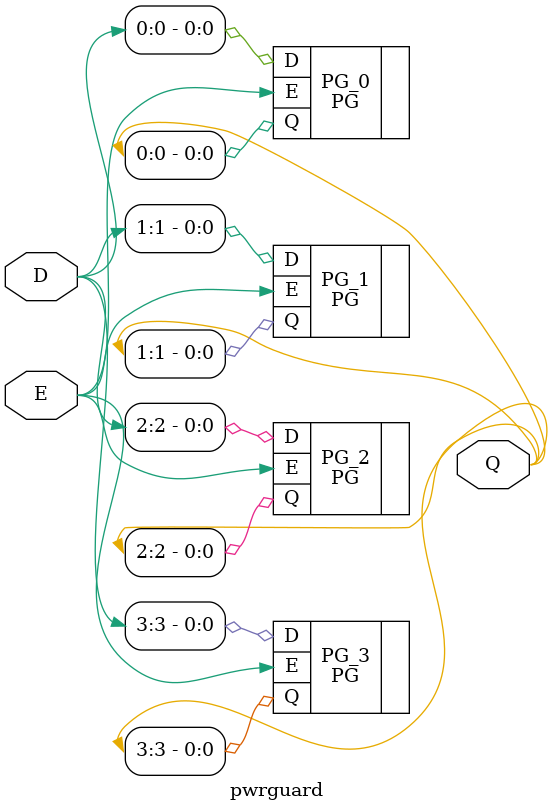
<source format=v>
/* Verilog netlist generated by SCUBA Diamond (64-bit) 3.12.1.454 */
/* Module Version: 1.2 */
/* C:\lscc\diamond\3.12\ispfpga\bin\nt64\scuba.exe -w -n pwrguard -lang verilog -synth synplify -bus_exp 7 -bb -arch xo2c00 -type power_guard -width 4  */
/* Thu Jul 14 14:31:02 2022 */


`timescale 1 ns / 1 ps
module pwrguard (D, E, Q)/* synthesis NGD_DRC_MASK=1 */;
    input wire [3:0] D;
    input wire E;
    output wire [3:0] Q;


    PG PG_3 (.D(D[3]), .E(E), .Q(Q[3]));

    PG PG_2 (.D(D[2]), .E(E), .Q(Q[2]));

    PG PG_1 (.D(D[1]), .E(E), .Q(Q[1]));

    PG PG_0 (.D(D[0]), .E(E), .Q(Q[0]));



    // exemplar begin
    // exemplar end

endmodule

</source>
